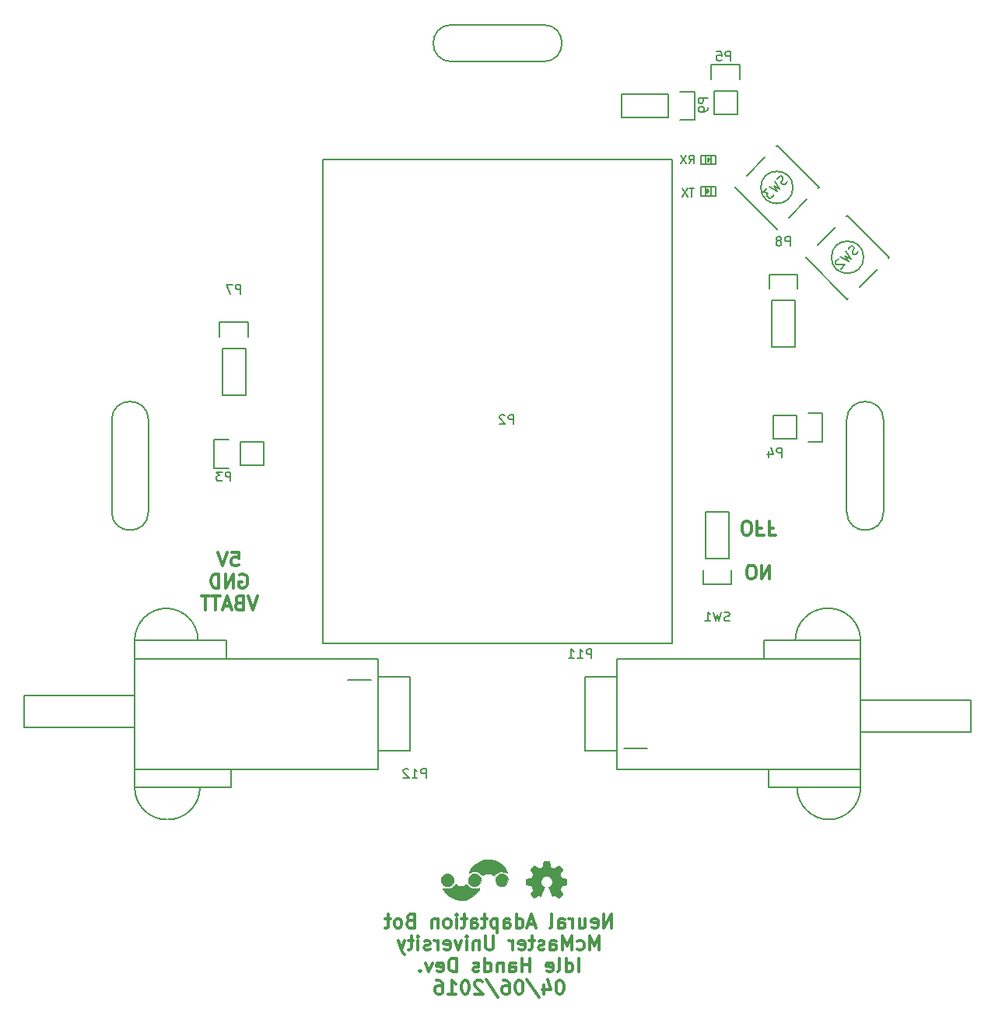
<source format=gbr>
G04 #@! TF.FileFunction,Legend,Bot*
%FSLAX46Y46*%
G04 Gerber Fmt 4.6, Leading zero omitted, Abs format (unit mm)*
G04 Created by KiCad (PCBNEW (2015-07-04 BZR 5884, Git c1bbf3e)-product) date 02/05/2016 12:26:27 PM*
%MOMM*%
G01*
G04 APERTURE LIST*
%ADD10C,0.100000*%
%ADD11C,0.300000*%
%ADD12C,0.150000*%
%ADD13C,0.127000*%
%ADD14C,0.170000*%
G04 APERTURE END LIST*
D10*
D11*
X111085713Y-170378571D02*
X111799999Y-170378571D01*
X111871428Y-171092857D01*
X111799999Y-171021429D01*
X111657142Y-170950000D01*
X111299999Y-170950000D01*
X111157142Y-171021429D01*
X111085713Y-171092857D01*
X111014285Y-171235714D01*
X111014285Y-171592857D01*
X111085713Y-171735714D01*
X111157142Y-171807143D01*
X111299999Y-171878571D01*
X111657142Y-171878571D01*
X111799999Y-171807143D01*
X111871428Y-171735714D01*
X110585714Y-170378571D02*
X110085714Y-171878571D01*
X109585714Y-170378571D01*
X111942857Y-172850000D02*
X112085714Y-172778571D01*
X112300000Y-172778571D01*
X112514285Y-172850000D01*
X112657143Y-172992857D01*
X112728571Y-173135714D01*
X112800000Y-173421429D01*
X112800000Y-173635714D01*
X112728571Y-173921429D01*
X112657143Y-174064286D01*
X112514285Y-174207143D01*
X112300000Y-174278571D01*
X112157143Y-174278571D01*
X111942857Y-174207143D01*
X111871428Y-174135714D01*
X111871428Y-173635714D01*
X112157143Y-173635714D01*
X111228571Y-174278571D02*
X111228571Y-172778571D01*
X110371428Y-174278571D01*
X110371428Y-172778571D01*
X109657142Y-174278571D02*
X109657142Y-172778571D01*
X109299999Y-172778571D01*
X109085714Y-172850000D01*
X108942856Y-172992857D01*
X108871428Y-173135714D01*
X108799999Y-173421429D01*
X108799999Y-173635714D01*
X108871428Y-173921429D01*
X108942856Y-174064286D01*
X109085714Y-174207143D01*
X109299999Y-174278571D01*
X109657142Y-174278571D01*
X113835714Y-175178571D02*
X113335714Y-176678571D01*
X112835714Y-175178571D01*
X111835714Y-175892857D02*
X111621428Y-175964286D01*
X111550000Y-176035714D01*
X111478571Y-176178571D01*
X111478571Y-176392857D01*
X111550000Y-176535714D01*
X111621428Y-176607143D01*
X111764286Y-176678571D01*
X112335714Y-176678571D01*
X112335714Y-175178571D01*
X111835714Y-175178571D01*
X111692857Y-175250000D01*
X111621428Y-175321429D01*
X111550000Y-175464286D01*
X111550000Y-175607143D01*
X111621428Y-175750000D01*
X111692857Y-175821429D01*
X111835714Y-175892857D01*
X112335714Y-175892857D01*
X110907143Y-176250000D02*
X110192857Y-176250000D01*
X111050000Y-176678571D02*
X110550000Y-175178571D01*
X110050000Y-176678571D01*
X109764286Y-175178571D02*
X108907143Y-175178571D01*
X109335714Y-176678571D02*
X109335714Y-175178571D01*
X108621429Y-175178571D02*
X107764286Y-175178571D01*
X108192857Y-176678571D02*
X108192857Y-175178571D01*
X152414286Y-211278571D02*
X152414286Y-209778571D01*
X151557143Y-211278571D01*
X151557143Y-209778571D01*
X150271429Y-211207143D02*
X150414286Y-211278571D01*
X150700000Y-211278571D01*
X150842857Y-211207143D01*
X150914286Y-211064286D01*
X150914286Y-210492857D01*
X150842857Y-210350000D01*
X150700000Y-210278571D01*
X150414286Y-210278571D01*
X150271429Y-210350000D01*
X150200000Y-210492857D01*
X150200000Y-210635714D01*
X150914286Y-210778571D01*
X148914286Y-210278571D02*
X148914286Y-211278571D01*
X149557143Y-210278571D02*
X149557143Y-211064286D01*
X149485715Y-211207143D01*
X149342857Y-211278571D01*
X149128572Y-211278571D01*
X148985715Y-211207143D01*
X148914286Y-211135714D01*
X148200000Y-211278571D02*
X148200000Y-210278571D01*
X148200000Y-210564286D02*
X148128572Y-210421429D01*
X148057143Y-210350000D01*
X147914286Y-210278571D01*
X147771429Y-210278571D01*
X146628572Y-211278571D02*
X146628572Y-210492857D01*
X146700001Y-210350000D01*
X146842858Y-210278571D01*
X147128572Y-210278571D01*
X147271429Y-210350000D01*
X146628572Y-211207143D02*
X146771429Y-211278571D01*
X147128572Y-211278571D01*
X147271429Y-211207143D01*
X147342858Y-211064286D01*
X147342858Y-210921429D01*
X147271429Y-210778571D01*
X147128572Y-210707143D01*
X146771429Y-210707143D01*
X146628572Y-210635714D01*
X145700000Y-211278571D02*
X145842858Y-211207143D01*
X145914286Y-211064286D01*
X145914286Y-209778571D01*
X144057144Y-210850000D02*
X143342858Y-210850000D01*
X144200001Y-211278571D02*
X143700001Y-209778571D01*
X143200001Y-211278571D01*
X142057144Y-211278571D02*
X142057144Y-209778571D01*
X142057144Y-211207143D02*
X142200001Y-211278571D01*
X142485715Y-211278571D01*
X142628573Y-211207143D01*
X142700001Y-211135714D01*
X142771430Y-210992857D01*
X142771430Y-210564286D01*
X142700001Y-210421429D01*
X142628573Y-210350000D01*
X142485715Y-210278571D01*
X142200001Y-210278571D01*
X142057144Y-210350000D01*
X140700001Y-211278571D02*
X140700001Y-210492857D01*
X140771430Y-210350000D01*
X140914287Y-210278571D01*
X141200001Y-210278571D01*
X141342858Y-210350000D01*
X140700001Y-211207143D02*
X140842858Y-211278571D01*
X141200001Y-211278571D01*
X141342858Y-211207143D01*
X141414287Y-211064286D01*
X141414287Y-210921429D01*
X141342858Y-210778571D01*
X141200001Y-210707143D01*
X140842858Y-210707143D01*
X140700001Y-210635714D01*
X139985715Y-210278571D02*
X139985715Y-211778571D01*
X139985715Y-210350000D02*
X139842858Y-210278571D01*
X139557144Y-210278571D01*
X139414287Y-210350000D01*
X139342858Y-210421429D01*
X139271429Y-210564286D01*
X139271429Y-210992857D01*
X139342858Y-211135714D01*
X139414287Y-211207143D01*
X139557144Y-211278571D01*
X139842858Y-211278571D01*
X139985715Y-211207143D01*
X138842858Y-210278571D02*
X138271429Y-210278571D01*
X138628572Y-209778571D02*
X138628572Y-211064286D01*
X138557144Y-211207143D01*
X138414286Y-211278571D01*
X138271429Y-211278571D01*
X137128572Y-211278571D02*
X137128572Y-210492857D01*
X137200001Y-210350000D01*
X137342858Y-210278571D01*
X137628572Y-210278571D01*
X137771429Y-210350000D01*
X137128572Y-211207143D02*
X137271429Y-211278571D01*
X137628572Y-211278571D01*
X137771429Y-211207143D01*
X137842858Y-211064286D01*
X137842858Y-210921429D01*
X137771429Y-210778571D01*
X137628572Y-210707143D01*
X137271429Y-210707143D01*
X137128572Y-210635714D01*
X136628572Y-210278571D02*
X136057143Y-210278571D01*
X136414286Y-209778571D02*
X136414286Y-211064286D01*
X136342858Y-211207143D01*
X136200000Y-211278571D01*
X136057143Y-211278571D01*
X135557143Y-211278571D02*
X135557143Y-210278571D01*
X135557143Y-209778571D02*
X135628572Y-209850000D01*
X135557143Y-209921429D01*
X135485715Y-209850000D01*
X135557143Y-209778571D01*
X135557143Y-209921429D01*
X134628571Y-211278571D02*
X134771429Y-211207143D01*
X134842857Y-211135714D01*
X134914286Y-210992857D01*
X134914286Y-210564286D01*
X134842857Y-210421429D01*
X134771429Y-210350000D01*
X134628571Y-210278571D01*
X134414286Y-210278571D01*
X134271429Y-210350000D01*
X134200000Y-210421429D01*
X134128571Y-210564286D01*
X134128571Y-210992857D01*
X134200000Y-211135714D01*
X134271429Y-211207143D01*
X134414286Y-211278571D01*
X134628571Y-211278571D01*
X133485714Y-210278571D02*
X133485714Y-211278571D01*
X133485714Y-210421429D02*
X133414286Y-210350000D01*
X133271428Y-210278571D01*
X133057143Y-210278571D01*
X132914286Y-210350000D01*
X132842857Y-210492857D01*
X132842857Y-211278571D01*
X130485714Y-210492857D02*
X130271428Y-210564286D01*
X130200000Y-210635714D01*
X130128571Y-210778571D01*
X130128571Y-210992857D01*
X130200000Y-211135714D01*
X130271428Y-211207143D01*
X130414286Y-211278571D01*
X130985714Y-211278571D01*
X130985714Y-209778571D01*
X130485714Y-209778571D01*
X130342857Y-209850000D01*
X130271428Y-209921429D01*
X130200000Y-210064286D01*
X130200000Y-210207143D01*
X130271428Y-210350000D01*
X130342857Y-210421429D01*
X130485714Y-210492857D01*
X130985714Y-210492857D01*
X129271428Y-211278571D02*
X129414286Y-211207143D01*
X129485714Y-211135714D01*
X129557143Y-210992857D01*
X129557143Y-210564286D01*
X129485714Y-210421429D01*
X129414286Y-210350000D01*
X129271428Y-210278571D01*
X129057143Y-210278571D01*
X128914286Y-210350000D01*
X128842857Y-210421429D01*
X128771428Y-210564286D01*
X128771428Y-210992857D01*
X128842857Y-211135714D01*
X128914286Y-211207143D01*
X129057143Y-211278571D01*
X129271428Y-211278571D01*
X128342857Y-210278571D02*
X127771428Y-210278571D01*
X128128571Y-209778571D02*
X128128571Y-211064286D01*
X128057143Y-211207143D01*
X127914285Y-211278571D01*
X127771428Y-211278571D01*
X151057143Y-213678571D02*
X151057143Y-212178571D01*
X150557143Y-213250000D01*
X150057143Y-212178571D01*
X150057143Y-213678571D01*
X148700000Y-213607143D02*
X148842857Y-213678571D01*
X149128571Y-213678571D01*
X149271429Y-213607143D01*
X149342857Y-213535714D01*
X149414286Y-213392857D01*
X149414286Y-212964286D01*
X149342857Y-212821429D01*
X149271429Y-212750000D01*
X149128571Y-212678571D01*
X148842857Y-212678571D01*
X148700000Y-212750000D01*
X148057143Y-213678571D02*
X148057143Y-212178571D01*
X147557143Y-213250000D01*
X147057143Y-212178571D01*
X147057143Y-213678571D01*
X145700000Y-213678571D02*
X145700000Y-212892857D01*
X145771429Y-212750000D01*
X145914286Y-212678571D01*
X146200000Y-212678571D01*
X146342857Y-212750000D01*
X145700000Y-213607143D02*
X145842857Y-213678571D01*
X146200000Y-213678571D01*
X146342857Y-213607143D01*
X146414286Y-213464286D01*
X146414286Y-213321429D01*
X146342857Y-213178571D01*
X146200000Y-213107143D01*
X145842857Y-213107143D01*
X145700000Y-213035714D01*
X145057143Y-213607143D02*
X144914286Y-213678571D01*
X144628571Y-213678571D01*
X144485714Y-213607143D01*
X144414286Y-213464286D01*
X144414286Y-213392857D01*
X144485714Y-213250000D01*
X144628571Y-213178571D01*
X144842857Y-213178571D01*
X144985714Y-213107143D01*
X145057143Y-212964286D01*
X145057143Y-212892857D01*
X144985714Y-212750000D01*
X144842857Y-212678571D01*
X144628571Y-212678571D01*
X144485714Y-212750000D01*
X143985714Y-212678571D02*
X143414285Y-212678571D01*
X143771428Y-212178571D02*
X143771428Y-213464286D01*
X143700000Y-213607143D01*
X143557142Y-213678571D01*
X143414285Y-213678571D01*
X142342857Y-213607143D02*
X142485714Y-213678571D01*
X142771428Y-213678571D01*
X142914285Y-213607143D01*
X142985714Y-213464286D01*
X142985714Y-212892857D01*
X142914285Y-212750000D01*
X142771428Y-212678571D01*
X142485714Y-212678571D01*
X142342857Y-212750000D01*
X142271428Y-212892857D01*
X142271428Y-213035714D01*
X142985714Y-213178571D01*
X141628571Y-213678571D02*
X141628571Y-212678571D01*
X141628571Y-212964286D02*
X141557143Y-212821429D01*
X141485714Y-212750000D01*
X141342857Y-212678571D01*
X141200000Y-212678571D01*
X139557143Y-212178571D02*
X139557143Y-213392857D01*
X139485715Y-213535714D01*
X139414286Y-213607143D01*
X139271429Y-213678571D01*
X138985715Y-213678571D01*
X138842857Y-213607143D01*
X138771429Y-213535714D01*
X138700000Y-213392857D01*
X138700000Y-212178571D01*
X137985714Y-212678571D02*
X137985714Y-213678571D01*
X137985714Y-212821429D02*
X137914286Y-212750000D01*
X137771428Y-212678571D01*
X137557143Y-212678571D01*
X137414286Y-212750000D01*
X137342857Y-212892857D01*
X137342857Y-213678571D01*
X136628571Y-213678571D02*
X136628571Y-212678571D01*
X136628571Y-212178571D02*
X136700000Y-212250000D01*
X136628571Y-212321429D01*
X136557143Y-212250000D01*
X136628571Y-212178571D01*
X136628571Y-212321429D01*
X136057142Y-212678571D02*
X135699999Y-213678571D01*
X135342857Y-212678571D01*
X134200000Y-213607143D02*
X134342857Y-213678571D01*
X134628571Y-213678571D01*
X134771428Y-213607143D01*
X134842857Y-213464286D01*
X134842857Y-212892857D01*
X134771428Y-212750000D01*
X134628571Y-212678571D01*
X134342857Y-212678571D01*
X134200000Y-212750000D01*
X134128571Y-212892857D01*
X134128571Y-213035714D01*
X134842857Y-213178571D01*
X133485714Y-213678571D02*
X133485714Y-212678571D01*
X133485714Y-212964286D02*
X133414286Y-212821429D01*
X133342857Y-212750000D01*
X133200000Y-212678571D01*
X133057143Y-212678571D01*
X132628572Y-213607143D02*
X132485715Y-213678571D01*
X132200000Y-213678571D01*
X132057143Y-213607143D01*
X131985715Y-213464286D01*
X131985715Y-213392857D01*
X132057143Y-213250000D01*
X132200000Y-213178571D01*
X132414286Y-213178571D01*
X132557143Y-213107143D01*
X132628572Y-212964286D01*
X132628572Y-212892857D01*
X132557143Y-212750000D01*
X132414286Y-212678571D01*
X132200000Y-212678571D01*
X132057143Y-212750000D01*
X131342857Y-213678571D02*
X131342857Y-212678571D01*
X131342857Y-212178571D02*
X131414286Y-212250000D01*
X131342857Y-212321429D01*
X131271429Y-212250000D01*
X131342857Y-212178571D01*
X131342857Y-212321429D01*
X130842857Y-212678571D02*
X130271428Y-212678571D01*
X130628571Y-212178571D02*
X130628571Y-213464286D01*
X130557143Y-213607143D01*
X130414285Y-213678571D01*
X130271428Y-213678571D01*
X129914285Y-212678571D02*
X129557142Y-213678571D01*
X129200000Y-212678571D02*
X129557142Y-213678571D01*
X129700000Y-214035714D01*
X129771428Y-214107143D01*
X129914285Y-214178571D01*
X148807143Y-216078571D02*
X148807143Y-214578571D01*
X147450000Y-216078571D02*
X147450000Y-214578571D01*
X147450000Y-216007143D02*
X147592857Y-216078571D01*
X147878571Y-216078571D01*
X148021429Y-216007143D01*
X148092857Y-215935714D01*
X148164286Y-215792857D01*
X148164286Y-215364286D01*
X148092857Y-215221429D01*
X148021429Y-215150000D01*
X147878571Y-215078571D01*
X147592857Y-215078571D01*
X147450000Y-215150000D01*
X146521428Y-216078571D02*
X146664286Y-216007143D01*
X146735714Y-215864286D01*
X146735714Y-214578571D01*
X145378572Y-216007143D02*
X145521429Y-216078571D01*
X145807143Y-216078571D01*
X145950000Y-216007143D01*
X146021429Y-215864286D01*
X146021429Y-215292857D01*
X145950000Y-215150000D01*
X145807143Y-215078571D01*
X145521429Y-215078571D01*
X145378572Y-215150000D01*
X145307143Y-215292857D01*
X145307143Y-215435714D01*
X146021429Y-215578571D01*
X143521429Y-216078571D02*
X143521429Y-214578571D01*
X143521429Y-215292857D02*
X142664286Y-215292857D01*
X142664286Y-216078571D02*
X142664286Y-214578571D01*
X141307143Y-216078571D02*
X141307143Y-215292857D01*
X141378572Y-215150000D01*
X141521429Y-215078571D01*
X141807143Y-215078571D01*
X141950000Y-215150000D01*
X141307143Y-216007143D02*
X141450000Y-216078571D01*
X141807143Y-216078571D01*
X141950000Y-216007143D01*
X142021429Y-215864286D01*
X142021429Y-215721429D01*
X141950000Y-215578571D01*
X141807143Y-215507143D01*
X141450000Y-215507143D01*
X141307143Y-215435714D01*
X140592857Y-215078571D02*
X140592857Y-216078571D01*
X140592857Y-215221429D02*
X140521429Y-215150000D01*
X140378571Y-215078571D01*
X140164286Y-215078571D01*
X140021429Y-215150000D01*
X139950000Y-215292857D01*
X139950000Y-216078571D01*
X138592857Y-216078571D02*
X138592857Y-214578571D01*
X138592857Y-216007143D02*
X138735714Y-216078571D01*
X139021428Y-216078571D01*
X139164286Y-216007143D01*
X139235714Y-215935714D01*
X139307143Y-215792857D01*
X139307143Y-215364286D01*
X139235714Y-215221429D01*
X139164286Y-215150000D01*
X139021428Y-215078571D01*
X138735714Y-215078571D01*
X138592857Y-215150000D01*
X137950000Y-216007143D02*
X137807143Y-216078571D01*
X137521428Y-216078571D01*
X137378571Y-216007143D01*
X137307143Y-215864286D01*
X137307143Y-215792857D01*
X137378571Y-215650000D01*
X137521428Y-215578571D01*
X137735714Y-215578571D01*
X137878571Y-215507143D01*
X137950000Y-215364286D01*
X137950000Y-215292857D01*
X137878571Y-215150000D01*
X137735714Y-215078571D01*
X137521428Y-215078571D01*
X137378571Y-215150000D01*
X135521428Y-216078571D02*
X135521428Y-214578571D01*
X135164285Y-214578571D01*
X134950000Y-214650000D01*
X134807142Y-214792857D01*
X134735714Y-214935714D01*
X134664285Y-215221429D01*
X134664285Y-215435714D01*
X134735714Y-215721429D01*
X134807142Y-215864286D01*
X134950000Y-216007143D01*
X135164285Y-216078571D01*
X135521428Y-216078571D01*
X133450000Y-216007143D02*
X133592857Y-216078571D01*
X133878571Y-216078571D01*
X134021428Y-216007143D01*
X134092857Y-215864286D01*
X134092857Y-215292857D01*
X134021428Y-215150000D01*
X133878571Y-215078571D01*
X133592857Y-215078571D01*
X133450000Y-215150000D01*
X133378571Y-215292857D01*
X133378571Y-215435714D01*
X134092857Y-215578571D01*
X132878571Y-215078571D02*
X132521428Y-216078571D01*
X132164286Y-215078571D01*
X131592857Y-215935714D02*
X131521429Y-216007143D01*
X131592857Y-216078571D01*
X131664286Y-216007143D01*
X131592857Y-215935714D01*
X131592857Y-216078571D01*
X146842856Y-216978571D02*
X146699999Y-216978571D01*
X146557142Y-217050000D01*
X146485713Y-217121429D01*
X146414284Y-217264286D01*
X146342856Y-217550000D01*
X146342856Y-217907143D01*
X146414284Y-218192857D01*
X146485713Y-218335714D01*
X146557142Y-218407143D01*
X146699999Y-218478571D01*
X146842856Y-218478571D01*
X146985713Y-218407143D01*
X147057142Y-218335714D01*
X147128570Y-218192857D01*
X147199999Y-217907143D01*
X147199999Y-217550000D01*
X147128570Y-217264286D01*
X147057142Y-217121429D01*
X146985713Y-217050000D01*
X146842856Y-216978571D01*
X145057142Y-217478571D02*
X145057142Y-218478571D01*
X145414285Y-216907143D02*
X145771428Y-217978571D01*
X144842856Y-217978571D01*
X143200000Y-216907143D02*
X144485714Y-218835714D01*
X142414285Y-216978571D02*
X142271428Y-216978571D01*
X142128571Y-217050000D01*
X142057142Y-217121429D01*
X141985713Y-217264286D01*
X141914285Y-217550000D01*
X141914285Y-217907143D01*
X141985713Y-218192857D01*
X142057142Y-218335714D01*
X142128571Y-218407143D01*
X142271428Y-218478571D01*
X142414285Y-218478571D01*
X142557142Y-218407143D01*
X142628571Y-218335714D01*
X142699999Y-218192857D01*
X142771428Y-217907143D01*
X142771428Y-217550000D01*
X142699999Y-217264286D01*
X142628571Y-217121429D01*
X142557142Y-217050000D01*
X142414285Y-216978571D01*
X140628571Y-216978571D02*
X140914285Y-216978571D01*
X141057142Y-217050000D01*
X141128571Y-217121429D01*
X141271428Y-217335714D01*
X141342857Y-217621429D01*
X141342857Y-218192857D01*
X141271428Y-218335714D01*
X141200000Y-218407143D01*
X141057142Y-218478571D01*
X140771428Y-218478571D01*
X140628571Y-218407143D01*
X140557142Y-218335714D01*
X140485714Y-218192857D01*
X140485714Y-217835714D01*
X140557142Y-217692857D01*
X140628571Y-217621429D01*
X140771428Y-217550000D01*
X141057142Y-217550000D01*
X141200000Y-217621429D01*
X141271428Y-217692857D01*
X141342857Y-217835714D01*
X138771429Y-216907143D02*
X140057143Y-218835714D01*
X138342857Y-217121429D02*
X138271428Y-217050000D01*
X138128571Y-216978571D01*
X137771428Y-216978571D01*
X137628571Y-217050000D01*
X137557142Y-217121429D01*
X137485714Y-217264286D01*
X137485714Y-217407143D01*
X137557142Y-217621429D01*
X138414285Y-218478571D01*
X137485714Y-218478571D01*
X136557143Y-216978571D02*
X136414286Y-216978571D01*
X136271429Y-217050000D01*
X136200000Y-217121429D01*
X136128571Y-217264286D01*
X136057143Y-217550000D01*
X136057143Y-217907143D01*
X136128571Y-218192857D01*
X136200000Y-218335714D01*
X136271429Y-218407143D01*
X136414286Y-218478571D01*
X136557143Y-218478571D01*
X136700000Y-218407143D01*
X136771429Y-218335714D01*
X136842857Y-218192857D01*
X136914286Y-217907143D01*
X136914286Y-217550000D01*
X136842857Y-217264286D01*
X136771429Y-217121429D01*
X136700000Y-217050000D01*
X136557143Y-216978571D01*
X134628572Y-218478571D02*
X135485715Y-218478571D01*
X135057143Y-218478571D02*
X135057143Y-216978571D01*
X135200000Y-217192857D01*
X135342858Y-217335714D01*
X135485715Y-217407143D01*
X133342858Y-216978571D02*
X133628572Y-216978571D01*
X133771429Y-217050000D01*
X133842858Y-217121429D01*
X133985715Y-217335714D01*
X134057144Y-217621429D01*
X134057144Y-218192857D01*
X133985715Y-218335714D01*
X133914287Y-218407143D01*
X133771429Y-218478571D01*
X133485715Y-218478571D01*
X133342858Y-218407143D01*
X133271429Y-218335714D01*
X133200001Y-218192857D01*
X133200001Y-217835714D01*
X133271429Y-217692857D01*
X133342858Y-217621429D01*
X133485715Y-217550000D01*
X133771429Y-217550000D01*
X133914287Y-217621429D01*
X133985715Y-217692857D01*
X134057144Y-217835714D01*
X167471428Y-173321429D02*
X167757142Y-173321429D01*
X167900000Y-173250000D01*
X168042857Y-173107143D01*
X168114285Y-172821429D01*
X168114285Y-172321429D01*
X168042857Y-172035714D01*
X167900000Y-171892857D01*
X167757142Y-171821429D01*
X167471428Y-171821429D01*
X167328571Y-171892857D01*
X167185714Y-172035714D01*
X167114285Y-172321429D01*
X167114285Y-172821429D01*
X167185714Y-173107143D01*
X167328571Y-173250000D01*
X167471428Y-173321429D01*
X168757143Y-171821429D02*
X168757143Y-173321429D01*
X169614286Y-171821429D01*
X169614286Y-173321429D01*
X166971429Y-168521429D02*
X167257143Y-168521429D01*
X167400001Y-168450000D01*
X167542858Y-168307143D01*
X167614286Y-168021429D01*
X167614286Y-167521429D01*
X167542858Y-167235714D01*
X167400001Y-167092857D01*
X167257143Y-167021429D01*
X166971429Y-167021429D01*
X166828572Y-167092857D01*
X166685715Y-167235714D01*
X166614286Y-167521429D01*
X166614286Y-168021429D01*
X166685715Y-168307143D01*
X166828572Y-168450000D01*
X166971429Y-168521429D01*
X168757144Y-167807143D02*
X168257144Y-167807143D01*
X168257144Y-167021429D02*
X168257144Y-168521429D01*
X168971430Y-168521429D01*
X170042858Y-167807143D02*
X169542858Y-167807143D01*
X169542858Y-167021429D02*
X169542858Y-168521429D01*
X170257144Y-168521429D01*
D12*
X121000000Y-127700000D02*
X159000000Y-127700000D01*
X159000000Y-127700000D02*
X159000000Y-180300000D01*
X159000000Y-180300000D02*
X121000000Y-180300000D01*
X121000000Y-180300000D02*
X121000000Y-127700000D01*
X111970000Y-160970000D02*
X114510000Y-160970000D01*
X109150000Y-161250000D02*
X110700000Y-161250000D01*
X111970000Y-160970000D02*
X111970000Y-158430000D01*
X110700000Y-158150000D02*
X109150000Y-158150000D01*
X109150000Y-158150000D02*
X109150000Y-161250000D01*
X111970000Y-158430000D02*
X114510000Y-158430000D01*
X114510000Y-158430000D02*
X114510000Y-160970000D01*
X172530000Y-155530000D02*
X169990000Y-155530000D01*
X175350000Y-155250000D02*
X173800000Y-155250000D01*
X172530000Y-155530000D02*
X172530000Y-158070000D01*
X173800000Y-158350000D02*
X175350000Y-158350000D01*
X175350000Y-158350000D02*
X175350000Y-155250000D01*
X172530000Y-158070000D02*
X169990000Y-158070000D01*
X169990000Y-158070000D02*
X169990000Y-155530000D01*
X163530000Y-120170000D02*
X163530000Y-122710000D01*
X163250000Y-117350000D02*
X163250000Y-118900000D01*
X163530000Y-120170000D02*
X166070000Y-120170000D01*
X166350000Y-118900000D02*
X166350000Y-117350000D01*
X166350000Y-117350000D02*
X163250000Y-117350000D01*
X166070000Y-120170000D02*
X166070000Y-122710000D01*
X166070000Y-122710000D02*
X163530000Y-122710000D01*
X162630000Y-171070000D02*
X162630000Y-165990000D01*
X162630000Y-165990000D02*
X165170000Y-165990000D01*
X165170000Y-165990000D02*
X165170000Y-171070000D01*
X165450000Y-173890000D02*
X165450000Y-172340000D01*
X165170000Y-171070000D02*
X162630000Y-171070000D01*
X162350000Y-172340000D02*
X162350000Y-173890000D01*
X162350000Y-173890000D02*
X165450000Y-173890000D01*
X112570000Y-148190000D02*
X112570000Y-153270000D01*
X112570000Y-153270000D02*
X110030000Y-153270000D01*
X110030000Y-153270000D02*
X110030000Y-148190000D01*
X109750000Y-145370000D02*
X109750000Y-146920000D01*
X110030000Y-148190000D02*
X112570000Y-148190000D01*
X112850000Y-146920000D02*
X112850000Y-145370000D01*
X112850000Y-145370000D02*
X109750000Y-145370000D01*
X158610000Y-123070000D02*
X153530000Y-123070000D01*
X153530000Y-123070000D02*
X153530000Y-120530000D01*
X153530000Y-120530000D02*
X158610000Y-120530000D01*
X161430000Y-120250000D02*
X159880000Y-120250000D01*
X158610000Y-120530000D02*
X158610000Y-123070000D01*
X159880000Y-123350000D02*
X161430000Y-123350000D01*
X161430000Y-123350000D02*
X161430000Y-120250000D01*
X172370000Y-142970000D02*
X172370000Y-148050000D01*
X172370000Y-148050000D02*
X169830000Y-148050000D01*
X169830000Y-148050000D02*
X169830000Y-142970000D01*
X169550000Y-140150000D02*
X169550000Y-141700000D01*
X169830000Y-142970000D02*
X172370000Y-142970000D01*
X172650000Y-141700000D02*
X172650000Y-140150000D01*
X172650000Y-140150000D02*
X169550000Y-140150000D01*
X102000000Y-166000000D02*
X102000000Y-156000000D01*
X98000000Y-156000000D02*
X98000000Y-166000000D01*
X102000000Y-156000000D02*
G75*
G03X98000000Y-156000000I-2000000J0D01*
G01*
X102000000Y-166000000D02*
G75*
G02X98000000Y-166000000I-2000000J0D01*
G01*
D10*
G36*
X134007500Y-206993271D02*
X134047950Y-207087656D01*
X134152501Y-207241032D01*
X134295957Y-207422087D01*
X134453123Y-207599507D01*
X134598801Y-207741979D01*
X134632663Y-207770208D01*
X135016915Y-208009503D01*
X135455300Y-208175345D01*
X135910369Y-208258702D01*
X136344677Y-208250540D01*
X136500134Y-208220653D01*
X136973937Y-208039067D01*
X137412896Y-207747132D01*
X137671953Y-207500454D01*
X137833101Y-207312351D01*
X137958323Y-207144321D01*
X138022395Y-207030449D01*
X138024193Y-207024437D01*
X138033547Y-206937979D01*
X137973340Y-206932024D01*
X137901559Y-206956754D01*
X137741716Y-206993237D01*
X137526519Y-207014102D01*
X137446496Y-207016000D01*
X137137350Y-206970829D01*
X136882081Y-206825069D01*
X136714911Y-206649843D01*
X136624267Y-206551595D01*
X136555207Y-206547667D01*
X136481715Y-206605318D01*
X136276414Y-206714768D01*
X136017778Y-206748535D01*
X135756373Y-206703965D01*
X135637314Y-206649646D01*
X135419859Y-206521344D01*
X135216416Y-206737033D01*
X135034395Y-206898913D01*
X134844294Y-206986891D01*
X134606076Y-207013001D01*
X134351104Y-206997139D01*
X134162160Y-206982879D01*
X134037358Y-206983507D01*
X134007500Y-206993271D01*
X134007500Y-206993271D01*
X134007500Y-206993271D01*
G37*
X134007500Y-206993271D02*
X134047950Y-207087656D01*
X134152501Y-207241032D01*
X134295957Y-207422087D01*
X134453123Y-207599507D01*
X134598801Y-207741979D01*
X134632663Y-207770208D01*
X135016915Y-208009503D01*
X135455300Y-208175345D01*
X135910369Y-208258702D01*
X136344677Y-208250540D01*
X136500134Y-208220653D01*
X136973937Y-208039067D01*
X137412896Y-207747132D01*
X137671953Y-207500454D01*
X137833101Y-207312351D01*
X137958323Y-207144321D01*
X138022395Y-207030449D01*
X138024193Y-207024437D01*
X138033547Y-206937979D01*
X137973340Y-206932024D01*
X137901559Y-206956754D01*
X137741716Y-206993237D01*
X137526519Y-207014102D01*
X137446496Y-207016000D01*
X137137350Y-206970829D01*
X136882081Y-206825069D01*
X136714911Y-206649843D01*
X136624267Y-206551595D01*
X136555207Y-206547667D01*
X136481715Y-206605318D01*
X136276414Y-206714768D01*
X136017778Y-206748535D01*
X135756373Y-206703965D01*
X135637314Y-206649646D01*
X135419859Y-206521344D01*
X135216416Y-206737033D01*
X135034395Y-206898913D01*
X134844294Y-206986891D01*
X134606076Y-207013001D01*
X134351104Y-206997139D01*
X134162160Y-206982879D01*
X134037358Y-206983507D01*
X134007500Y-206993271D01*
X134007500Y-206993271D01*
G36*
X139756388Y-206135546D02*
X139823130Y-206366837D01*
X139971322Y-206559387D01*
X140178207Y-206695240D01*
X140421026Y-206756438D01*
X140677019Y-206725025D01*
X140795011Y-206673385D01*
X140976696Y-206506330D01*
X141088070Y-206270509D01*
X141119226Y-206008870D01*
X141060258Y-205764362D01*
X141020396Y-205696266D01*
X140813255Y-205493570D01*
X140569757Y-205397305D01*
X140316236Y-205403452D01*
X140079022Y-205507991D01*
X139884449Y-205706904D01*
X139793857Y-205883470D01*
X139756388Y-206135546D01*
X139756388Y-206135546D01*
X139756388Y-206135546D01*
G37*
X139756388Y-206135546D02*
X139823130Y-206366837D01*
X139971322Y-206559387D01*
X140178207Y-206695240D01*
X140421026Y-206756438D01*
X140677019Y-206725025D01*
X140795011Y-206673385D01*
X140976696Y-206506330D01*
X141088070Y-206270509D01*
X141119226Y-206008870D01*
X141060258Y-205764362D01*
X141020396Y-205696266D01*
X140813255Y-205493570D01*
X140569757Y-205397305D01*
X140316236Y-205403452D01*
X140079022Y-205507991D01*
X139884449Y-205706904D01*
X139793857Y-205883470D01*
X139756388Y-206135546D01*
X139756388Y-206135546D01*
G36*
X136802152Y-206023060D02*
X136839716Y-206299578D01*
X136907245Y-206445166D01*
X137090736Y-206642868D01*
X137332331Y-206747842D01*
X137598251Y-206755030D01*
X137854715Y-206659374D01*
X137937469Y-206599422D01*
X138108419Y-206387353D01*
X138175542Y-206149238D01*
X138151646Y-205908860D01*
X138049539Y-205690000D01*
X137882028Y-205516442D01*
X137661920Y-205411968D01*
X137402024Y-205400358D01*
X137303772Y-205422714D01*
X137044427Y-205558205D01*
X136873805Y-205767128D01*
X136802152Y-206023060D01*
X136802152Y-206023060D01*
X136802152Y-206023060D01*
G37*
X136802152Y-206023060D02*
X136839716Y-206299578D01*
X136907245Y-206445166D01*
X137090736Y-206642868D01*
X137332331Y-206747842D01*
X137598251Y-206755030D01*
X137854715Y-206659374D01*
X137937469Y-206599422D01*
X138108419Y-206387353D01*
X138175542Y-206149238D01*
X138151646Y-205908860D01*
X138049539Y-205690000D01*
X137882028Y-205516442D01*
X137661920Y-205411968D01*
X137402024Y-205400358D01*
X137303772Y-205422714D01*
X137044427Y-205558205D01*
X136873805Y-205767128D01*
X136802152Y-206023060D01*
X136802152Y-206023060D01*
G36*
X133817000Y-206060575D02*
X133864563Y-206272533D01*
X133984810Y-206492717D01*
X134144082Y-206659927D01*
X134148267Y-206662895D01*
X134340246Y-206736796D01*
X134584097Y-206753653D01*
X134817098Y-206711169D01*
X134869818Y-206689321D01*
X135050917Y-206536475D01*
X135167417Y-206306428D01*
X135200093Y-206040594D01*
X135195110Y-205988489D01*
X135113720Y-205716479D01*
X134945491Y-205530216D01*
X134704798Y-205420637D01*
X134508782Y-205383244D01*
X134337360Y-205416937D01*
X134251971Y-205453961D01*
X134042142Y-205604683D01*
X133886996Y-205812455D01*
X133818001Y-206033393D01*
X133817000Y-206060575D01*
X133817000Y-206060575D01*
X133817000Y-206060575D01*
G37*
X133817000Y-206060575D02*
X133864563Y-206272533D01*
X133984810Y-206492717D01*
X134144082Y-206659927D01*
X134148267Y-206662895D01*
X134340246Y-206736796D01*
X134584097Y-206753653D01*
X134817098Y-206711169D01*
X134869818Y-206689321D01*
X135050917Y-206536475D01*
X135167417Y-206306428D01*
X135200093Y-206040594D01*
X135195110Y-205988489D01*
X135113720Y-205716479D01*
X134945491Y-205530216D01*
X134704798Y-205420637D01*
X134508782Y-205383244D01*
X134337360Y-205416937D01*
X134251971Y-205453961D01*
X134042142Y-205604683D01*
X133886996Y-205812455D01*
X133818001Y-206033393D01*
X133817000Y-206060575D01*
X133817000Y-206060575D01*
G36*
X136865922Y-205294634D02*
X137085672Y-205202817D01*
X137297226Y-205139089D01*
X137506549Y-205111283D01*
X137513836Y-205111237D01*
X137739392Y-205156844D01*
X137983410Y-205272615D01*
X138187447Y-205427648D01*
X138249375Y-205500161D01*
X138311260Y-205573351D01*
X138375696Y-205575191D01*
X138487791Y-205502740D01*
X138514810Y-205482839D01*
X138759161Y-205372380D01*
X139038800Y-205351154D01*
X139302300Y-205419576D01*
X139396559Y-205475718D01*
X139569738Y-205603754D01*
X139799749Y-205392965D01*
X140094888Y-205196137D01*
X140413258Y-205123820D01*
X140751683Y-205176685D01*
X140778519Y-205185979D01*
X141042174Y-205280789D01*
X140978429Y-205097929D01*
X140863725Y-204887826D01*
X140668625Y-204646653D01*
X140423807Y-204404924D01*
X140159945Y-204193151D01*
X139925071Y-204050183D01*
X139726681Y-203961173D01*
X139547876Y-203907716D01*
X139343262Y-203881187D01*
X139067445Y-203872960D01*
X138991299Y-203872750D01*
X138699823Y-203877326D01*
X138487541Y-203897718D01*
X138306783Y-203943914D01*
X138109877Y-204025907D01*
X137993840Y-204081791D01*
X137544658Y-204370016D01*
X137183495Y-204746458D01*
X136986918Y-205059942D01*
X136865922Y-205294634D01*
X136865922Y-205294634D01*
X136865922Y-205294634D01*
G37*
X136865922Y-205294634D02*
X137085672Y-205202817D01*
X137297226Y-205139089D01*
X137506549Y-205111283D01*
X137513836Y-205111237D01*
X137739392Y-205156844D01*
X137983410Y-205272615D01*
X138187447Y-205427648D01*
X138249375Y-205500161D01*
X138311260Y-205573351D01*
X138375696Y-205575191D01*
X138487791Y-205502740D01*
X138514810Y-205482839D01*
X138759161Y-205372380D01*
X139038800Y-205351154D01*
X139302300Y-205419576D01*
X139396559Y-205475718D01*
X139569738Y-205603754D01*
X139799749Y-205392965D01*
X140094888Y-205196137D01*
X140413258Y-205123820D01*
X140751683Y-205176685D01*
X140778519Y-205185979D01*
X141042174Y-205280789D01*
X140978429Y-205097929D01*
X140863725Y-204887826D01*
X140668625Y-204646653D01*
X140423807Y-204404924D01*
X140159945Y-204193151D01*
X139925071Y-204050183D01*
X139726681Y-203961173D01*
X139547876Y-203907716D01*
X139343262Y-203881187D01*
X139067445Y-203872960D01*
X138991299Y-203872750D01*
X138699823Y-203877326D01*
X138487541Y-203897718D01*
X138306783Y-203943914D01*
X138109877Y-204025907D01*
X137993840Y-204081791D01*
X137544658Y-204370016D01*
X137183495Y-204746458D01*
X136986918Y-205059942D01*
X136865922Y-205294634D01*
X136865922Y-205294634D01*
G36*
X143100007Y-206264819D02*
X143100403Y-206341526D01*
X143101801Y-206410278D01*
X143102164Y-206421275D01*
X143107444Y-206570192D01*
X143235347Y-206594162D01*
X143334620Y-206612838D01*
X143422923Y-206629594D01*
X143499120Y-206644210D01*
X143562073Y-206656464D01*
X143610647Y-206666135D01*
X143643706Y-206673002D01*
X143660112Y-206676843D01*
X143660491Y-206676957D01*
X143674188Y-206686696D01*
X143689335Y-206708785D01*
X143706728Y-206744751D01*
X143727165Y-206796123D01*
X143737936Y-206825715D01*
X143754603Y-206869496D01*
X143775784Y-206920926D01*
X143797893Y-206971418D01*
X143806790Y-206990694D01*
X143830597Y-207042782D01*
X143846115Y-207082508D01*
X143853540Y-207113548D01*
X143853071Y-207139574D01*
X143844906Y-207164261D01*
X143829242Y-207191283D01*
X143818435Y-207207138D01*
X143755237Y-207298034D01*
X143700378Y-207378016D01*
X143654339Y-207446363D01*
X143617599Y-207502353D01*
X143590637Y-207545267D01*
X143573932Y-207574383D01*
X143572849Y-207576497D01*
X143548785Y-207624245D01*
X143745135Y-207823432D01*
X143794526Y-207873156D01*
X143840485Y-207918701D01*
X143881309Y-207958436D01*
X143915293Y-207990728D01*
X143940735Y-208013946D01*
X143955931Y-208026459D01*
X143958806Y-208028116D01*
X143967944Y-208029299D01*
X143979912Y-208026908D01*
X143996426Y-208019927D01*
X144019200Y-208007343D01*
X144049949Y-207988141D01*
X144090390Y-207961307D01*
X144142235Y-207925827D01*
X144202357Y-207884065D01*
X144251611Y-207850096D01*
X144299163Y-207818000D01*
X144341770Y-207789914D01*
X144376189Y-207767975D01*
X144399177Y-207754318D01*
X144399777Y-207753994D01*
X144447518Y-207728322D01*
X144485955Y-207749615D01*
X144522703Y-207769527D01*
X144561401Y-207789761D01*
X144598658Y-207808637D01*
X144631082Y-207824473D01*
X144655281Y-207835590D01*
X144667863Y-207840306D01*
X144668854Y-207840237D01*
X144675003Y-207828466D01*
X144687136Y-207801763D01*
X144704470Y-207762028D01*
X144726221Y-207711163D01*
X144751605Y-207651069D01*
X144779837Y-207583646D01*
X144810134Y-207510795D01*
X144841711Y-207434417D01*
X144873786Y-207356413D01*
X144905572Y-207278684D01*
X144936288Y-207203130D01*
X144965147Y-207131653D01*
X144991368Y-207066152D01*
X145014165Y-207008530D01*
X145032754Y-206960687D01*
X145044788Y-206928786D01*
X145071906Y-206855238D01*
X145008076Y-206811624D01*
X144928840Y-206750584D01*
X144858103Y-206682363D01*
X144798370Y-206609892D01*
X144752145Y-206536102D01*
X144729141Y-206485168D01*
X144719063Y-206452337D01*
X144708981Y-206409806D01*
X144700836Y-206365915D01*
X144699802Y-206359046D01*
X144693759Y-206255467D01*
X144705013Y-206153165D01*
X144732763Y-206054410D01*
X144776205Y-205961471D01*
X144834536Y-205876616D01*
X144892003Y-205815505D01*
X144971073Y-205753807D01*
X145059336Y-205705401D01*
X145153765Y-205671264D01*
X145251333Y-205652377D01*
X145349015Y-205649718D01*
X145391296Y-205653948D01*
X145499132Y-205677497D01*
X145597497Y-205715898D01*
X145685467Y-205768412D01*
X145762117Y-205834298D01*
X145826523Y-205912816D01*
X145877762Y-206003227D01*
X145901722Y-206062646D01*
X145923011Y-206144773D01*
X145933811Y-206234841D01*
X145933708Y-206325704D01*
X145922292Y-206410216D01*
X145921874Y-206412112D01*
X145891567Y-206507160D01*
X145844798Y-206596161D01*
X145782694Y-206677520D01*
X145706379Y-206749643D01*
X145658613Y-206784893D01*
X145624349Y-206808844D01*
X145595344Y-206830685D01*
X145575246Y-206847577D01*
X145568283Y-206855171D01*
X145565759Y-206859012D01*
X145563825Y-206862720D01*
X145562991Y-206867660D01*
X145563768Y-206875200D01*
X145566665Y-206886704D01*
X145572192Y-206903539D01*
X145580861Y-206927071D01*
X145593181Y-206958665D01*
X145609663Y-206999688D01*
X145630816Y-207051506D01*
X145657151Y-207115484D01*
X145689179Y-207192989D01*
X145727409Y-207285386D01*
X145743651Y-207324643D01*
X145785748Y-207426298D01*
X145821580Y-207512556D01*
X145851749Y-207584809D01*
X145876861Y-207644453D01*
X145897518Y-207692882D01*
X145914325Y-207731489D01*
X145927885Y-207761670D01*
X145938802Y-207784818D01*
X145947680Y-207802328D01*
X145955122Y-207815594D01*
X145958877Y-207821673D01*
X145972187Y-207842452D01*
X146074916Y-207787655D01*
X146114597Y-207766957D01*
X146149089Y-207749840D01*
X146174956Y-207737946D01*
X146188760Y-207732921D01*
X146189449Y-207732857D01*
X146200903Y-207737711D01*
X146224832Y-207751195D01*
X146258738Y-207771693D01*
X146300124Y-207797588D01*
X146346493Y-207827264D01*
X146395346Y-207859104D01*
X146444186Y-207891492D01*
X146490516Y-207922811D01*
X146531839Y-207951446D01*
X146565655Y-207975779D01*
X146571370Y-207980041D01*
X146605544Y-208004031D01*
X146635341Y-208021806D01*
X146656785Y-208031095D01*
X146662084Y-208031926D01*
X146673171Y-208027514D01*
X146692228Y-208013969D01*
X146720123Y-207990520D01*
X146757723Y-207956402D01*
X146805894Y-207910844D01*
X146865502Y-207853081D01*
X146880696Y-207838208D01*
X146930863Y-207788511D01*
X146976205Y-207742599D01*
X147015170Y-207702118D01*
X147046206Y-207668716D01*
X147067762Y-207644041D01*
X147078287Y-207629739D01*
X147079074Y-207627586D01*
X147078323Y-207600355D01*
X147070025Y-207577408D01*
X147053733Y-207553285D01*
X147040047Y-207534468D01*
X147018302Y-207503695D01*
X146990484Y-207463854D01*
X146958581Y-207417834D01*
X146924577Y-207368526D01*
X146890460Y-207318817D01*
X146858215Y-207271598D01*
X146829830Y-207229757D01*
X146807290Y-207196184D01*
X146792582Y-207173768D01*
X146790089Y-207169805D01*
X146770123Y-207137430D01*
X146841798Y-206955281D01*
X146864503Y-206898198D01*
X146886539Y-206843918D01*
X146906521Y-206795773D01*
X146923061Y-206757093D01*
X146934773Y-206731211D01*
X146936698Y-206727299D01*
X146944462Y-206712039D01*
X146951917Y-206699758D01*
X146961138Y-206689734D01*
X146974197Y-206681246D01*
X146993168Y-206673573D01*
X147020126Y-206665995D01*
X147057144Y-206657789D01*
X147106295Y-206648236D01*
X147169654Y-206636613D01*
X147227678Y-206626117D01*
X147288702Y-206614902D01*
X147346464Y-206603973D01*
X147397608Y-206593988D01*
X147438778Y-206585606D01*
X147466616Y-206579488D01*
X147472607Y-206577998D01*
X147517964Y-206565999D01*
X147520353Y-206266172D01*
X147522741Y-205966345D01*
X147429638Y-205947213D01*
X147390352Y-205939357D01*
X147338020Y-205929206D01*
X147277455Y-205917676D01*
X147213468Y-205905684D01*
X147155107Y-205894920D01*
X147098891Y-205884476D01*
X147047900Y-205874683D01*
X147005160Y-205866149D01*
X146973694Y-205859479D01*
X146956528Y-205855281D01*
X146955205Y-205854841D01*
X146948493Y-205850832D01*
X146941007Y-205842644D01*
X146931950Y-205828624D01*
X146920522Y-205807124D01*
X146905926Y-205776492D01*
X146887362Y-205735077D01*
X146864031Y-205681229D01*
X146835136Y-205613298D01*
X146813364Y-205561694D01*
X146794773Y-205516540D01*
X146779043Y-205476434D01*
X146767436Y-205444737D01*
X146761210Y-205424814D01*
X146760500Y-205420587D01*
X146765432Y-205407486D01*
X146778894Y-205383012D01*
X146798878Y-205350562D01*
X146823380Y-205313535D01*
X146825606Y-205310286D01*
X146892469Y-205212566D01*
X146948818Y-205129306D01*
X146994800Y-205060283D01*
X147030558Y-205005275D01*
X147056237Y-204964059D01*
X147071981Y-204936411D01*
X147077936Y-204922110D01*
X147078000Y-204921311D01*
X147071935Y-204910857D01*
X147055023Y-204889559D01*
X147029182Y-204859464D01*
X146996332Y-204822617D01*
X146958394Y-204781065D01*
X146917287Y-204736853D01*
X146874931Y-204692027D01*
X146833245Y-204648634D01*
X146794151Y-204608718D01*
X146759568Y-204574326D01*
X146731415Y-204547505D01*
X146711613Y-204530299D01*
X146709699Y-204528836D01*
X146684971Y-204513404D01*
X146662726Y-204504388D01*
X146656145Y-204503429D01*
X146640327Y-204508711D01*
X146614988Y-204522797D01*
X146584683Y-204543044D01*
X146573134Y-204551561D01*
X146539143Y-204576242D01*
X146495653Y-204606288D01*
X146448660Y-204637622D01*
X146410533Y-204662162D01*
X146366530Y-204690550D01*
X146322162Y-204720271D01*
X146282907Y-204747593D01*
X146256651Y-204766917D01*
X146217691Y-204796112D01*
X146189056Y-204815017D01*
X146167422Y-204825299D01*
X146149466Y-204828620D01*
X146135797Y-204827435D01*
X146120221Y-204822534D01*
X146090163Y-204811172D01*
X146047734Y-204794222D01*
X145995046Y-204772558D01*
X145934211Y-204747053D01*
X145867341Y-204718580D01*
X145796547Y-204688012D01*
X145757518Y-204670982D01*
X145729716Y-204658803D01*
X145678967Y-204376673D01*
X145664714Y-204299318D01*
X145651307Y-204230167D01*
X145639148Y-204171106D01*
X145628643Y-204124020D01*
X145620198Y-204090795D01*
X145614217Y-204073316D01*
X145613578Y-204072200D01*
X145598939Y-204049858D01*
X145314508Y-204049858D01*
X145231763Y-204050003D01*
X145165475Y-204050487D01*
X145113958Y-204051378D01*
X145075530Y-204052746D01*
X145048504Y-204054660D01*
X145031196Y-204057190D01*
X145021923Y-204060406D01*
X145019989Y-204062014D01*
X145013065Y-204077675D01*
X145004037Y-204109722D01*
X144993250Y-204156568D01*
X144981046Y-204216622D01*
X144967772Y-204288296D01*
X144955383Y-204360283D01*
X144945860Y-204415389D01*
X144934919Y-204475546D01*
X144924136Y-204532231D01*
X144917564Y-204565086D01*
X144910555Y-204599996D01*
X144904427Y-204626011D01*
X144896706Y-204645490D01*
X144884918Y-204660792D01*
X144866589Y-204674277D01*
X144839246Y-204688304D01*
X144800414Y-204705231D01*
X144747620Y-204727419D01*
X144747116Y-204727632D01*
X144698961Y-204747994D01*
X144647699Y-204769689D01*
X144600995Y-204789473D01*
X144578821Y-204798876D01*
X144542722Y-204813073D01*
X144510288Y-204823852D01*
X144487056Y-204829436D01*
X144482490Y-204829834D01*
X144462320Y-204823912D01*
X144430382Y-204806536D01*
X144388219Y-204778581D01*
X144373633Y-204768136D01*
X144318887Y-204728984D01*
X144259614Y-204687704D01*
X144199144Y-204646520D01*
X144140806Y-204607657D01*
X144087929Y-204573338D01*
X144043843Y-204545787D01*
X144018185Y-204530698D01*
X143965548Y-204501160D01*
X143941390Y-204522705D01*
X143907525Y-204553508D01*
X143867443Y-204590932D01*
X143823196Y-204632965D01*
X143776835Y-204677591D01*
X143730411Y-204722795D01*
X143685975Y-204766565D01*
X143645581Y-204806885D01*
X143611278Y-204841741D01*
X143585118Y-204869118D01*
X143569153Y-204887003D01*
X143565773Y-204891528D01*
X143557462Y-204907204D01*
X143553913Y-204922418D01*
X143556158Y-204939668D01*
X143565233Y-204961452D01*
X143582172Y-204990269D01*
X143608009Y-205028616D01*
X143642857Y-205077708D01*
X143697569Y-205154076D01*
X143742553Y-205217200D01*
X143778778Y-205268492D01*
X143807211Y-205309363D01*
X143828819Y-205341226D01*
X143844569Y-205365491D01*
X143855429Y-205383571D01*
X143862366Y-205396878D01*
X143863828Y-205400150D01*
X143870172Y-205417548D01*
X143871153Y-205432700D01*
X143865842Y-205451350D01*
X143853311Y-205479242D01*
X143849909Y-205486329D01*
X143836161Y-205516378D01*
X143818090Y-205558037D01*
X143797951Y-205606011D01*
X143777998Y-205655001D01*
X143776202Y-205659495D01*
X143748498Y-205726857D01*
X143725232Y-205778459D01*
X143705516Y-205815881D01*
X143688460Y-205840706D01*
X143673175Y-205854517D01*
X143664540Y-205858161D01*
X143647160Y-205861889D01*
X143615198Y-205868279D01*
X143571914Y-205876713D01*
X143520570Y-205886574D01*
X143464427Y-205897243D01*
X143406745Y-205908104D01*
X143350786Y-205918539D01*
X143299812Y-205927931D01*
X143257084Y-205935662D01*
X143231714Y-205940118D01*
X143193239Y-205947301D01*
X143159103Y-205954694D01*
X143135237Y-205960984D01*
X143131079Y-205962415D01*
X143107552Y-205971472D01*
X143102218Y-206121915D01*
X143100613Y-206188750D01*
X143100007Y-206264819D01*
X143100007Y-206264819D01*
X143100007Y-206264819D01*
G37*
X143100007Y-206264819D02*
X143100403Y-206341526D01*
X143101801Y-206410278D01*
X143102164Y-206421275D01*
X143107444Y-206570192D01*
X143235347Y-206594162D01*
X143334620Y-206612838D01*
X143422923Y-206629594D01*
X143499120Y-206644210D01*
X143562073Y-206656464D01*
X143610647Y-206666135D01*
X143643706Y-206673002D01*
X143660112Y-206676843D01*
X143660491Y-206676957D01*
X143674188Y-206686696D01*
X143689335Y-206708785D01*
X143706728Y-206744751D01*
X143727165Y-206796123D01*
X143737936Y-206825715D01*
X143754603Y-206869496D01*
X143775784Y-206920926D01*
X143797893Y-206971418D01*
X143806790Y-206990694D01*
X143830597Y-207042782D01*
X143846115Y-207082508D01*
X143853540Y-207113548D01*
X143853071Y-207139574D01*
X143844906Y-207164261D01*
X143829242Y-207191283D01*
X143818435Y-207207138D01*
X143755237Y-207298034D01*
X143700378Y-207378016D01*
X143654339Y-207446363D01*
X143617599Y-207502353D01*
X143590637Y-207545267D01*
X143573932Y-207574383D01*
X143572849Y-207576497D01*
X143548785Y-207624245D01*
X143745135Y-207823432D01*
X143794526Y-207873156D01*
X143840485Y-207918701D01*
X143881309Y-207958436D01*
X143915293Y-207990728D01*
X143940735Y-208013946D01*
X143955931Y-208026459D01*
X143958806Y-208028116D01*
X143967944Y-208029299D01*
X143979912Y-208026908D01*
X143996426Y-208019927D01*
X144019200Y-208007343D01*
X144049949Y-207988141D01*
X144090390Y-207961307D01*
X144142235Y-207925827D01*
X144202357Y-207884065D01*
X144251611Y-207850096D01*
X144299163Y-207818000D01*
X144341770Y-207789914D01*
X144376189Y-207767975D01*
X144399177Y-207754318D01*
X144399777Y-207753994D01*
X144447518Y-207728322D01*
X144485955Y-207749615D01*
X144522703Y-207769527D01*
X144561401Y-207789761D01*
X144598658Y-207808637D01*
X144631082Y-207824473D01*
X144655281Y-207835590D01*
X144667863Y-207840306D01*
X144668854Y-207840237D01*
X144675003Y-207828466D01*
X144687136Y-207801763D01*
X144704470Y-207762028D01*
X144726221Y-207711163D01*
X144751605Y-207651069D01*
X144779837Y-207583646D01*
X144810134Y-207510795D01*
X144841711Y-207434417D01*
X144873786Y-207356413D01*
X144905572Y-207278684D01*
X144936288Y-207203130D01*
X144965147Y-207131653D01*
X144991368Y-207066152D01*
X145014165Y-207008530D01*
X145032754Y-206960687D01*
X145044788Y-206928786D01*
X145071906Y-206855238D01*
X145008076Y-206811624D01*
X144928840Y-206750584D01*
X144858103Y-206682363D01*
X144798370Y-206609892D01*
X144752145Y-206536102D01*
X144729141Y-206485168D01*
X144719063Y-206452337D01*
X144708981Y-206409806D01*
X144700836Y-206365915D01*
X144699802Y-206359046D01*
X144693759Y-206255467D01*
X144705013Y-206153165D01*
X144732763Y-206054410D01*
X144776205Y-205961471D01*
X144834536Y-205876616D01*
X144892003Y-205815505D01*
X144971073Y-205753807D01*
X145059336Y-205705401D01*
X145153765Y-205671264D01*
X145251333Y-205652377D01*
X145349015Y-205649718D01*
X145391296Y-205653948D01*
X145499132Y-205677497D01*
X145597497Y-205715898D01*
X145685467Y-205768412D01*
X145762117Y-205834298D01*
X145826523Y-205912816D01*
X145877762Y-206003227D01*
X145901722Y-206062646D01*
X145923011Y-206144773D01*
X145933811Y-206234841D01*
X145933708Y-206325704D01*
X145922292Y-206410216D01*
X145921874Y-206412112D01*
X145891567Y-206507160D01*
X145844798Y-206596161D01*
X145782694Y-206677520D01*
X145706379Y-206749643D01*
X145658613Y-206784893D01*
X145624349Y-206808844D01*
X145595344Y-206830685D01*
X145575246Y-206847577D01*
X145568283Y-206855171D01*
X145565759Y-206859012D01*
X145563825Y-206862720D01*
X145562991Y-206867660D01*
X145563768Y-206875200D01*
X145566665Y-206886704D01*
X145572192Y-206903539D01*
X145580861Y-206927071D01*
X145593181Y-206958665D01*
X145609663Y-206999688D01*
X145630816Y-207051506D01*
X145657151Y-207115484D01*
X145689179Y-207192989D01*
X145727409Y-207285386D01*
X145743651Y-207324643D01*
X145785748Y-207426298D01*
X145821580Y-207512556D01*
X145851749Y-207584809D01*
X145876861Y-207644453D01*
X145897518Y-207692882D01*
X145914325Y-207731489D01*
X145927885Y-207761670D01*
X145938802Y-207784818D01*
X145947680Y-207802328D01*
X145955122Y-207815594D01*
X145958877Y-207821673D01*
X145972187Y-207842452D01*
X146074916Y-207787655D01*
X146114597Y-207766957D01*
X146149089Y-207749840D01*
X146174956Y-207737946D01*
X146188760Y-207732921D01*
X146189449Y-207732857D01*
X146200903Y-207737711D01*
X146224832Y-207751195D01*
X146258738Y-207771693D01*
X146300124Y-207797588D01*
X146346493Y-207827264D01*
X146395346Y-207859104D01*
X146444186Y-207891492D01*
X146490516Y-207922811D01*
X146531839Y-207951446D01*
X146565655Y-207975779D01*
X146571370Y-207980041D01*
X146605544Y-208004031D01*
X146635341Y-208021806D01*
X146656785Y-208031095D01*
X146662084Y-208031926D01*
X146673171Y-208027514D01*
X146692228Y-208013969D01*
X146720123Y-207990520D01*
X146757723Y-207956402D01*
X146805894Y-207910844D01*
X146865502Y-207853081D01*
X146880696Y-207838208D01*
X146930863Y-207788511D01*
X146976205Y-207742599D01*
X147015170Y-207702118D01*
X147046206Y-207668716D01*
X147067762Y-207644041D01*
X147078287Y-207629739D01*
X147079074Y-207627586D01*
X147078323Y-207600355D01*
X147070025Y-207577408D01*
X147053733Y-207553285D01*
X147040047Y-207534468D01*
X147018302Y-207503695D01*
X146990484Y-207463854D01*
X146958581Y-207417834D01*
X146924577Y-207368526D01*
X146890460Y-207318817D01*
X146858215Y-207271598D01*
X146829830Y-207229757D01*
X146807290Y-207196184D01*
X146792582Y-207173768D01*
X146790089Y-207169805D01*
X146770123Y-207137430D01*
X146841798Y-206955281D01*
X146864503Y-206898198D01*
X146886539Y-206843918D01*
X146906521Y-206795773D01*
X146923061Y-206757093D01*
X146934773Y-206731211D01*
X146936698Y-206727299D01*
X146944462Y-206712039D01*
X146951917Y-206699758D01*
X146961138Y-206689734D01*
X146974197Y-206681246D01*
X146993168Y-206673573D01*
X147020126Y-206665995D01*
X147057144Y-206657789D01*
X147106295Y-206648236D01*
X147169654Y-206636613D01*
X147227678Y-206626117D01*
X147288702Y-206614902D01*
X147346464Y-206603973D01*
X147397608Y-206593988D01*
X147438778Y-206585606D01*
X147466616Y-206579488D01*
X147472607Y-206577998D01*
X147517964Y-206565999D01*
X147520353Y-206266172D01*
X147522741Y-205966345D01*
X147429638Y-205947213D01*
X147390352Y-205939357D01*
X147338020Y-205929206D01*
X147277455Y-205917676D01*
X147213468Y-205905684D01*
X147155107Y-205894920D01*
X147098891Y-205884476D01*
X147047900Y-205874683D01*
X147005160Y-205866149D01*
X146973694Y-205859479D01*
X146956528Y-205855281D01*
X146955205Y-205854841D01*
X146948493Y-205850832D01*
X146941007Y-205842644D01*
X146931950Y-205828624D01*
X146920522Y-205807124D01*
X146905926Y-205776492D01*
X146887362Y-205735077D01*
X146864031Y-205681229D01*
X146835136Y-205613298D01*
X146813364Y-205561694D01*
X146794773Y-205516540D01*
X146779043Y-205476434D01*
X146767436Y-205444737D01*
X146761210Y-205424814D01*
X146760500Y-205420587D01*
X146765432Y-205407486D01*
X146778894Y-205383012D01*
X146798878Y-205350562D01*
X146823380Y-205313535D01*
X146825606Y-205310286D01*
X146892469Y-205212566D01*
X146948818Y-205129306D01*
X146994800Y-205060283D01*
X147030558Y-205005275D01*
X147056237Y-204964059D01*
X147071981Y-204936411D01*
X147077936Y-204922110D01*
X147078000Y-204921311D01*
X147071935Y-204910857D01*
X147055023Y-204889559D01*
X147029182Y-204859464D01*
X146996332Y-204822617D01*
X146958394Y-204781065D01*
X146917287Y-204736853D01*
X146874931Y-204692027D01*
X146833245Y-204648634D01*
X146794151Y-204608718D01*
X146759568Y-204574326D01*
X146731415Y-204547505D01*
X146711613Y-204530299D01*
X146709699Y-204528836D01*
X146684971Y-204513404D01*
X146662726Y-204504388D01*
X146656145Y-204503429D01*
X146640327Y-204508711D01*
X146614988Y-204522797D01*
X146584683Y-204543044D01*
X146573134Y-204551561D01*
X146539143Y-204576242D01*
X146495653Y-204606288D01*
X146448660Y-204637622D01*
X146410533Y-204662162D01*
X146366530Y-204690550D01*
X146322162Y-204720271D01*
X146282907Y-204747593D01*
X146256651Y-204766917D01*
X146217691Y-204796112D01*
X146189056Y-204815017D01*
X146167422Y-204825299D01*
X146149466Y-204828620D01*
X146135797Y-204827435D01*
X146120221Y-204822534D01*
X146090163Y-204811172D01*
X146047734Y-204794222D01*
X145995046Y-204772558D01*
X145934211Y-204747053D01*
X145867341Y-204718580D01*
X145796547Y-204688012D01*
X145757518Y-204670982D01*
X145729716Y-204658803D01*
X145678967Y-204376673D01*
X145664714Y-204299318D01*
X145651307Y-204230167D01*
X145639148Y-204171106D01*
X145628643Y-204124020D01*
X145620198Y-204090795D01*
X145614217Y-204073316D01*
X145613578Y-204072200D01*
X145598939Y-204049858D01*
X145314508Y-204049858D01*
X145231763Y-204050003D01*
X145165475Y-204050487D01*
X145113958Y-204051378D01*
X145075530Y-204052746D01*
X145048504Y-204054660D01*
X145031196Y-204057190D01*
X145021923Y-204060406D01*
X145019989Y-204062014D01*
X145013065Y-204077675D01*
X145004037Y-204109722D01*
X144993250Y-204156568D01*
X144981046Y-204216622D01*
X144967772Y-204288296D01*
X144955383Y-204360283D01*
X144945860Y-204415389D01*
X144934919Y-204475546D01*
X144924136Y-204532231D01*
X144917564Y-204565086D01*
X144910555Y-204599996D01*
X144904427Y-204626011D01*
X144896706Y-204645490D01*
X144884918Y-204660792D01*
X144866589Y-204674277D01*
X144839246Y-204688304D01*
X144800414Y-204705231D01*
X144747620Y-204727419D01*
X144747116Y-204727632D01*
X144698961Y-204747994D01*
X144647699Y-204769689D01*
X144600995Y-204789473D01*
X144578821Y-204798876D01*
X144542722Y-204813073D01*
X144510288Y-204823852D01*
X144487056Y-204829436D01*
X144482490Y-204829834D01*
X144462320Y-204823912D01*
X144430382Y-204806536D01*
X144388219Y-204778581D01*
X144373633Y-204768136D01*
X144318887Y-204728984D01*
X144259614Y-204687704D01*
X144199144Y-204646520D01*
X144140806Y-204607657D01*
X144087929Y-204573338D01*
X144043843Y-204545787D01*
X144018185Y-204530698D01*
X143965548Y-204501160D01*
X143941390Y-204522705D01*
X143907525Y-204553508D01*
X143867443Y-204590932D01*
X143823196Y-204632965D01*
X143776835Y-204677591D01*
X143730411Y-204722795D01*
X143685975Y-204766565D01*
X143645581Y-204806885D01*
X143611278Y-204841741D01*
X143585118Y-204869118D01*
X143569153Y-204887003D01*
X143565773Y-204891528D01*
X143557462Y-204907204D01*
X143553913Y-204922418D01*
X143556158Y-204939668D01*
X143565233Y-204961452D01*
X143582172Y-204990269D01*
X143608009Y-205028616D01*
X143642857Y-205077708D01*
X143697569Y-205154076D01*
X143742553Y-205217200D01*
X143778778Y-205268492D01*
X143807211Y-205309363D01*
X143828819Y-205341226D01*
X143844569Y-205365491D01*
X143855429Y-205383571D01*
X143862366Y-205396878D01*
X143863828Y-205400150D01*
X143870172Y-205417548D01*
X143871153Y-205432700D01*
X143865842Y-205451350D01*
X143853311Y-205479242D01*
X143849909Y-205486329D01*
X143836161Y-205516378D01*
X143818090Y-205558037D01*
X143797951Y-205606011D01*
X143777998Y-205655001D01*
X143776202Y-205659495D01*
X143748498Y-205726857D01*
X143725232Y-205778459D01*
X143705516Y-205815881D01*
X143688460Y-205840706D01*
X143673175Y-205854517D01*
X143664540Y-205858161D01*
X143647160Y-205861889D01*
X143615198Y-205868279D01*
X143571914Y-205876713D01*
X143520570Y-205886574D01*
X143464427Y-205897243D01*
X143406745Y-205908104D01*
X143350786Y-205918539D01*
X143299812Y-205927931D01*
X143257084Y-205935662D01*
X143231714Y-205940118D01*
X143193239Y-205947301D01*
X143159103Y-205954694D01*
X143135237Y-205960984D01*
X143131079Y-205962415D01*
X143107552Y-205971472D01*
X143102218Y-206121915D01*
X143100613Y-206188750D01*
X143100007Y-206264819D01*
X143100007Y-206264819D01*
D13*
X163250420Y-127199620D02*
X163250420Y-128200380D01*
X162650980Y-128200380D02*
X162650980Y-127199620D01*
X162950700Y-127600940D02*
X162950700Y-127799060D01*
X162851640Y-127900660D02*
X162851640Y-127499340D01*
X162851640Y-127499340D02*
X163049760Y-127700000D01*
X163049760Y-127700000D02*
X162851640Y-127900660D01*
X162150600Y-128200380D02*
X163750800Y-128200380D01*
X163750800Y-128200380D02*
X163750800Y-127199620D01*
X163750800Y-127199620D02*
X162150600Y-127199620D01*
X162150600Y-127199620D02*
X162150600Y-128200380D01*
X163199720Y-130599620D02*
X163199720Y-131600380D01*
X162600280Y-131600380D02*
X162600280Y-130599620D01*
X162900000Y-131000940D02*
X162900000Y-131199060D01*
X162800940Y-131300660D02*
X162800940Y-130899340D01*
X162800940Y-130899340D02*
X162999060Y-131100000D01*
X162999060Y-131100000D02*
X162800940Y-131300660D01*
X162099900Y-131600380D02*
X163700100Y-131600380D01*
X163700100Y-131600380D02*
X163700100Y-130599620D01*
X163700100Y-130599620D02*
X162099900Y-130599620D01*
X162099900Y-130599620D02*
X162099900Y-131600380D01*
D12*
X179830955Y-138298260D02*
G75*
G03X179830955Y-138298260I-1750714J0D01*
G01*
X178080241Y-142859099D02*
X178168629Y-142770710D01*
X182641080Y-138298260D02*
X182552691Y-138386648D01*
X178080241Y-133737421D02*
X177991853Y-133825810D01*
X173607791Y-138209872D02*
X173519402Y-138298260D01*
X179370711Y-141568629D02*
X181350610Y-139588730D01*
X173519402Y-138298260D02*
X178080241Y-142859099D01*
X174809872Y-137007790D02*
X176789771Y-135027891D01*
X178080241Y-133737421D02*
X182641080Y-138298260D01*
X172150714Y-130700000D02*
G75*
G03X172150714Y-130700000I-1750714J0D01*
G01*
X170400000Y-135260839D02*
X170488388Y-135172450D01*
X174960839Y-130700000D02*
X174872450Y-130788388D01*
X170400000Y-126139161D02*
X170311612Y-126227550D01*
X165927550Y-130611612D02*
X165839161Y-130700000D01*
X171690470Y-133970369D02*
X173670369Y-131990470D01*
X165839161Y-130700000D02*
X170400000Y-135260839D01*
X167129631Y-129409530D02*
X169109530Y-127429631D01*
X170400000Y-126139161D02*
X174960839Y-130700000D01*
X145000000Y-113000000D02*
X135000000Y-113000000D01*
X135000000Y-117000000D02*
X145000000Y-117000000D01*
X135000000Y-113000000D02*
G75*
G03X135000000Y-117000000I0J-2000000D01*
G01*
X145000000Y-113000000D02*
G75*
G02X145000000Y-117000000I0J-2000000D01*
G01*
X182000000Y-166000000D02*
X182000000Y-156000000D01*
X178000000Y-156000000D02*
X178000000Y-166000000D01*
X182000000Y-156000000D02*
G75*
G03X178000000Y-156000000I-2000000J0D01*
G01*
X182000000Y-166000000D02*
G75*
G02X178000000Y-166000000I-2000000J0D01*
G01*
X100500000Y-186000000D02*
X88500000Y-186000000D01*
X88500000Y-186000000D02*
X88500000Y-189500000D01*
X88500000Y-189500000D02*
X100500000Y-189500000D01*
X103900000Y-176500000D02*
G75*
G02X107400000Y-180000000I0J-3500000D01*
G01*
X100500000Y-180000000D02*
G75*
G02X104000000Y-176500000I3500000J0D01*
G01*
X104000000Y-199500000D02*
G75*
G02X100500000Y-196000000I0J3500000D01*
G01*
X107600000Y-196000000D02*
G75*
G02X104100000Y-199500000I-3500000J0D01*
G01*
X100500000Y-182000000D02*
X100500000Y-180000000D01*
X100500000Y-180000000D02*
X110500000Y-180000000D01*
X110500000Y-180000000D02*
X110500000Y-182000000D01*
X111000000Y-194000000D02*
X111000000Y-196000000D01*
X111000000Y-196000000D02*
X100500000Y-196000000D01*
X100500000Y-196000000D02*
X100500000Y-194000000D01*
X127000000Y-192000000D02*
X130500000Y-192000000D01*
X130500000Y-192000000D02*
X130500000Y-184000000D01*
X130500000Y-184000000D02*
X127500000Y-184000000D01*
X127500000Y-184000000D02*
X127000000Y-184000000D01*
X127000000Y-182000000D02*
X100500000Y-182000000D01*
X100500000Y-182000000D02*
X100500000Y-194000000D01*
X100500000Y-194000000D02*
X127000000Y-194000000D01*
X127000000Y-194000000D02*
X127000000Y-182000000D01*
X123730000Y-184270000D02*
X126270000Y-184270000D01*
X179500000Y-190000000D02*
X191500000Y-190000000D01*
X191500000Y-190000000D02*
X191500000Y-186500000D01*
X191500000Y-186500000D02*
X179500000Y-186500000D01*
X176100000Y-199500000D02*
G75*
G02X172600000Y-196000000I0J3500000D01*
G01*
X179500000Y-196000000D02*
G75*
G02X176000000Y-199500000I-3500000J0D01*
G01*
X176000000Y-176500000D02*
G75*
G02X179500000Y-180000000I0J-3500000D01*
G01*
X172400000Y-180000000D02*
G75*
G02X175900000Y-176500000I3500000J0D01*
G01*
X179500000Y-194000000D02*
X179500000Y-196000000D01*
X179500000Y-196000000D02*
X169500000Y-196000000D01*
X169500000Y-196000000D02*
X169500000Y-194000000D01*
X169000000Y-182000000D02*
X169000000Y-180000000D01*
X169000000Y-180000000D02*
X179500000Y-180000000D01*
X179500000Y-180000000D02*
X179500000Y-182000000D01*
X153000000Y-184000000D02*
X149500000Y-184000000D01*
X149500000Y-184000000D02*
X149500000Y-192000000D01*
X149500000Y-192000000D02*
X152500000Y-192000000D01*
X152500000Y-192000000D02*
X153000000Y-192000000D01*
X153000000Y-194000000D02*
X179500000Y-194000000D01*
X179500000Y-194000000D02*
X179500000Y-182000000D01*
X179500000Y-182000000D02*
X153000000Y-182000000D01*
X153000000Y-182000000D02*
X153000000Y-194000000D01*
X156270000Y-191730000D02*
X153730000Y-191730000D01*
X141738095Y-156452381D02*
X141738095Y-155452381D01*
X141357142Y-155452381D01*
X141261904Y-155500000D01*
X141214285Y-155547619D01*
X141166666Y-155642857D01*
X141166666Y-155785714D01*
X141214285Y-155880952D01*
X141261904Y-155928571D01*
X141357142Y-155976190D01*
X141738095Y-155976190D01*
X140785714Y-155547619D02*
X140738095Y-155500000D01*
X140642857Y-155452381D01*
X140404761Y-155452381D01*
X140309523Y-155500000D01*
X140261904Y-155547619D01*
X140214285Y-155642857D01*
X140214285Y-155738095D01*
X140261904Y-155880952D01*
X140833333Y-156452381D01*
X140214285Y-156452381D01*
X110938095Y-162652381D02*
X110938095Y-161652381D01*
X110557142Y-161652381D01*
X110461904Y-161700000D01*
X110414285Y-161747619D01*
X110366666Y-161842857D01*
X110366666Y-161985714D01*
X110414285Y-162080952D01*
X110461904Y-162128571D01*
X110557142Y-162176190D01*
X110938095Y-162176190D01*
X110033333Y-161652381D02*
X109414285Y-161652381D01*
X109747619Y-162033333D01*
X109604761Y-162033333D01*
X109509523Y-162080952D01*
X109461904Y-162128571D01*
X109414285Y-162223810D01*
X109414285Y-162461905D01*
X109461904Y-162557143D01*
X109509523Y-162604762D01*
X109604761Y-162652381D01*
X109890476Y-162652381D01*
X109985714Y-162604762D01*
X110033333Y-162557143D01*
X170938095Y-160052381D02*
X170938095Y-159052381D01*
X170557142Y-159052381D01*
X170461904Y-159100000D01*
X170414285Y-159147619D01*
X170366666Y-159242857D01*
X170366666Y-159385714D01*
X170414285Y-159480952D01*
X170461904Y-159528571D01*
X170557142Y-159576190D01*
X170938095Y-159576190D01*
X169509523Y-159385714D02*
X169509523Y-160052381D01*
X169747619Y-159004762D02*
X169985714Y-159719048D01*
X169366666Y-159719048D01*
X165338095Y-116892381D02*
X165338095Y-115892381D01*
X164957142Y-115892381D01*
X164861904Y-115940000D01*
X164814285Y-115987619D01*
X164766666Y-116082857D01*
X164766666Y-116225714D01*
X164814285Y-116320952D01*
X164861904Y-116368571D01*
X164957142Y-116416190D01*
X165338095Y-116416190D01*
X163861904Y-115892381D02*
X164338095Y-115892381D01*
X164385714Y-116368571D01*
X164338095Y-116320952D01*
X164242857Y-116273333D01*
X164004761Y-116273333D01*
X163909523Y-116320952D01*
X163861904Y-116368571D01*
X163814285Y-116463810D01*
X163814285Y-116701905D01*
X163861904Y-116797143D01*
X163909523Y-116844762D01*
X164004761Y-116892381D01*
X164242857Y-116892381D01*
X164338095Y-116844762D01*
X164385714Y-116797143D01*
X165233333Y-177844762D02*
X165090476Y-177892381D01*
X164852380Y-177892381D01*
X164757142Y-177844762D01*
X164709523Y-177797143D01*
X164661904Y-177701905D01*
X164661904Y-177606667D01*
X164709523Y-177511429D01*
X164757142Y-177463810D01*
X164852380Y-177416190D01*
X165042857Y-177368571D01*
X165138095Y-177320952D01*
X165185714Y-177273333D01*
X165233333Y-177178095D01*
X165233333Y-177082857D01*
X165185714Y-176987619D01*
X165138095Y-176940000D01*
X165042857Y-176892381D01*
X164804761Y-176892381D01*
X164661904Y-176940000D01*
X164328571Y-176892381D02*
X164090476Y-177892381D01*
X163899999Y-177178095D01*
X163709523Y-177892381D01*
X163471428Y-176892381D01*
X162566666Y-177892381D02*
X163138095Y-177892381D01*
X162852381Y-177892381D02*
X162852381Y-176892381D01*
X162947619Y-177035238D01*
X163042857Y-177130476D01*
X163138095Y-177178095D01*
X112038095Y-142272381D02*
X112038095Y-141272381D01*
X111657142Y-141272381D01*
X111561904Y-141320000D01*
X111514285Y-141367619D01*
X111466666Y-141462857D01*
X111466666Y-141605714D01*
X111514285Y-141700952D01*
X111561904Y-141748571D01*
X111657142Y-141796190D01*
X112038095Y-141796190D01*
X111133333Y-141272381D02*
X110466666Y-141272381D01*
X110895238Y-142272381D01*
X162852381Y-120961905D02*
X161852381Y-120961905D01*
X161852381Y-121342858D01*
X161900000Y-121438096D01*
X161947619Y-121485715D01*
X162042857Y-121533334D01*
X162185714Y-121533334D01*
X162280952Y-121485715D01*
X162328571Y-121438096D01*
X162376190Y-121342858D01*
X162376190Y-120961905D01*
X162852381Y-122009524D02*
X162852381Y-122200000D01*
X162804762Y-122295239D01*
X162757143Y-122342858D01*
X162614286Y-122438096D01*
X162423810Y-122485715D01*
X162042857Y-122485715D01*
X161947619Y-122438096D01*
X161900000Y-122390477D01*
X161852381Y-122295239D01*
X161852381Y-122104762D01*
X161900000Y-122009524D01*
X161947619Y-121961905D01*
X162042857Y-121914286D01*
X162280952Y-121914286D01*
X162376190Y-121961905D01*
X162423810Y-122009524D01*
X162471429Y-122104762D01*
X162471429Y-122295239D01*
X162423810Y-122390477D01*
X162376190Y-122438096D01*
X162280952Y-122485715D01*
X171838095Y-137052381D02*
X171838095Y-136052381D01*
X171457142Y-136052381D01*
X171361904Y-136100000D01*
X171314285Y-136147619D01*
X171266666Y-136242857D01*
X171266666Y-136385714D01*
X171314285Y-136480952D01*
X171361904Y-136528571D01*
X171457142Y-136576190D01*
X171838095Y-136576190D01*
X170695238Y-136480952D02*
X170790476Y-136433333D01*
X170838095Y-136385714D01*
X170885714Y-136290476D01*
X170885714Y-136242857D01*
X170838095Y-136147619D01*
X170790476Y-136100000D01*
X170695238Y-136052381D01*
X170504761Y-136052381D01*
X170409523Y-136100000D01*
X170361904Y-136147619D01*
X170314285Y-136242857D01*
X170314285Y-136290476D01*
X170361904Y-136385714D01*
X170409523Y-136433333D01*
X170504761Y-136480952D01*
X170695238Y-136480952D01*
X170790476Y-136528571D01*
X170838095Y-136576190D01*
X170885714Y-136671429D01*
X170885714Y-136861905D01*
X170838095Y-136957143D01*
X170790476Y-137004762D01*
X170695238Y-137052381D01*
X170504761Y-137052381D01*
X170409523Y-137004762D01*
X170361904Y-136957143D01*
X170314285Y-136861905D01*
X170314285Y-136671429D01*
X170361904Y-136576190D01*
X170409523Y-136528571D01*
X170504761Y-136480952D01*
D14*
X160850000Y-128107143D02*
X161150000Y-127678571D01*
X161364285Y-128107143D02*
X161364285Y-127207143D01*
X161021428Y-127207143D01*
X160935714Y-127250000D01*
X160892857Y-127292857D01*
X160850000Y-127378571D01*
X160850000Y-127507143D01*
X160892857Y-127592857D01*
X160935714Y-127635714D01*
X161021428Y-127678571D01*
X161364285Y-127678571D01*
X160550000Y-127207143D02*
X159950000Y-128107143D01*
X159950000Y-127207143D02*
X160550000Y-128107143D01*
X161385714Y-130807143D02*
X160871428Y-130807143D01*
X161128571Y-131707143D02*
X161128571Y-130807143D01*
X160657143Y-130807143D02*
X160057143Y-131707143D01*
X160057143Y-130807143D02*
X160657143Y-131707143D01*
D12*
X179229019Y-137643400D02*
X179161675Y-137778087D01*
X178993316Y-137946446D01*
X178892301Y-137980118D01*
X178824957Y-137980118D01*
X178723942Y-137946446D01*
X178656599Y-137879103D01*
X178622927Y-137778088D01*
X178622927Y-137710744D01*
X178656598Y-137609728D01*
X178757614Y-137441369D01*
X178791286Y-137340354D01*
X178791286Y-137273011D01*
X178757614Y-137171995D01*
X178690271Y-137104652D01*
X178589255Y-137070980D01*
X178521912Y-137070980D01*
X178420897Y-137104652D01*
X178252538Y-137273011D01*
X178185194Y-137407698D01*
X177915820Y-137609728D02*
X178454569Y-138485194D01*
X177814804Y-138114805D01*
X178185194Y-138754568D01*
X177309729Y-138215820D01*
X177141370Y-138518866D02*
X177074027Y-138518866D01*
X176973012Y-138552537D01*
X176804652Y-138720897D01*
X176770981Y-138821912D01*
X176770981Y-138889255D01*
X176804652Y-138990270D01*
X176871996Y-139057614D01*
X177006683Y-139124957D01*
X177814805Y-139124957D01*
X177377072Y-139562690D01*
X171487598Y-130043401D02*
X171420254Y-130178088D01*
X171251895Y-130346447D01*
X171150880Y-130380119D01*
X171083536Y-130380119D01*
X170982521Y-130346447D01*
X170915178Y-130279104D01*
X170881506Y-130178089D01*
X170881506Y-130110745D01*
X170915177Y-130009729D01*
X171016193Y-129841370D01*
X171049865Y-129740355D01*
X171049865Y-129673012D01*
X171016193Y-129571996D01*
X170948850Y-129504653D01*
X170847834Y-129470981D01*
X170780491Y-129470981D01*
X170679476Y-129504653D01*
X170511117Y-129673012D01*
X170443773Y-129807699D01*
X170174399Y-130009729D02*
X170713148Y-130885195D01*
X170073383Y-130514806D01*
X170443773Y-131154569D01*
X169568308Y-130615821D01*
X169366277Y-130817851D02*
X168928544Y-131255584D01*
X169433621Y-131289255D01*
X169332605Y-131390271D01*
X169298933Y-131491286D01*
X169298933Y-131558630D01*
X169332606Y-131659646D01*
X169500964Y-131828004D01*
X169601979Y-131861676D01*
X169669323Y-131861676D01*
X169770338Y-131828004D01*
X169972369Y-131625973D01*
X170006041Y-131524958D01*
X170006041Y-131457615D01*
X132214286Y-194952381D02*
X132214286Y-193952381D01*
X131833333Y-193952381D01*
X131738095Y-194000000D01*
X131690476Y-194047619D01*
X131642857Y-194142857D01*
X131642857Y-194285714D01*
X131690476Y-194380952D01*
X131738095Y-194428571D01*
X131833333Y-194476190D01*
X132214286Y-194476190D01*
X130690476Y-194952381D02*
X131261905Y-194952381D01*
X130976191Y-194952381D02*
X130976191Y-193952381D01*
X131071429Y-194095238D01*
X131166667Y-194190476D01*
X131261905Y-194238095D01*
X130309524Y-194047619D02*
X130261905Y-194000000D01*
X130166667Y-193952381D01*
X129928571Y-193952381D01*
X129833333Y-194000000D01*
X129785714Y-194047619D01*
X129738095Y-194142857D01*
X129738095Y-194238095D01*
X129785714Y-194380952D01*
X130357143Y-194952381D01*
X129738095Y-194952381D01*
X150214286Y-181952381D02*
X150214286Y-180952381D01*
X149833333Y-180952381D01*
X149738095Y-181000000D01*
X149690476Y-181047619D01*
X149642857Y-181142857D01*
X149642857Y-181285714D01*
X149690476Y-181380952D01*
X149738095Y-181428571D01*
X149833333Y-181476190D01*
X150214286Y-181476190D01*
X148690476Y-181952381D02*
X149261905Y-181952381D01*
X148976191Y-181952381D02*
X148976191Y-180952381D01*
X149071429Y-181095238D01*
X149166667Y-181190476D01*
X149261905Y-181238095D01*
X147738095Y-181952381D02*
X148309524Y-181952381D01*
X148023810Y-181952381D02*
X148023810Y-180952381D01*
X148119048Y-181095238D01*
X148214286Y-181190476D01*
X148309524Y-181238095D01*
M02*

</source>
